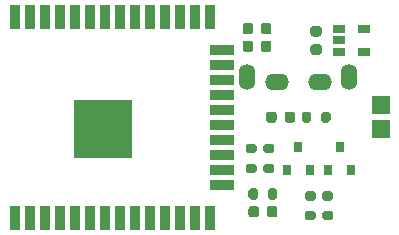
<source format=gts>
G04 #@! TF.GenerationSoftware,KiCad,Pcbnew,(5.1.10)-1*
G04 #@! TF.CreationDate,2021-12-13T15:30:27+09:00*
G04 #@! TF.ProjectId,cat_tracker,6361745f-7472-4616-936b-65722e6b6963,rev?*
G04 #@! TF.SameCoordinates,Original*
G04 #@! TF.FileFunction,Soldermask,Top*
G04 #@! TF.FilePolarity,Negative*
%FSLAX46Y46*%
G04 Gerber Fmt 4.6, Leading zero omitted, Abs format (unit mm)*
G04 Created by KiCad (PCBNEW (5.1.10)-1) date 2021-12-13 15:30:27*
%MOMM*%
%LPD*%
G01*
G04 APERTURE LIST*
%ADD10O,2.000000X1.400000*%
%ADD11O,1.400000X2.200000*%
%ADD12R,0.800000X0.900000*%
%ADD13R,0.900000X2.000000*%
%ADD14R,2.000000X0.900000*%
%ADD15R,5.000000X5.000000*%
%ADD16R,1.060000X0.650000*%
%ADD17R,1.500000X1.500000*%
G04 APERTURE END LIST*
G36*
G01*
X56725000Y-47425000D02*
X57275000Y-47425000D01*
G75*
G02*
X57475000Y-47625000I0J-200000D01*
G01*
X57475000Y-48025000D01*
G75*
G02*
X57275000Y-48225000I-200000J0D01*
G01*
X56725000Y-48225000D01*
G75*
G02*
X56525000Y-48025000I0J200000D01*
G01*
X56525000Y-47625000D01*
G75*
G02*
X56725000Y-47425000I200000J0D01*
G01*
G37*
G36*
G01*
X56725000Y-45775000D02*
X57275000Y-45775000D01*
G75*
G02*
X57475000Y-45975000I0J-200000D01*
G01*
X57475000Y-46375000D01*
G75*
G02*
X57275000Y-46575000I-200000J0D01*
G01*
X56725000Y-46575000D01*
G75*
G02*
X56525000Y-46375000I0J200000D01*
G01*
X56525000Y-45975000D01*
G75*
G02*
X56725000Y-45775000I200000J0D01*
G01*
G37*
G36*
G01*
X58775000Y-46575000D02*
X58225000Y-46575000D01*
G75*
G02*
X58025000Y-46375000I0J200000D01*
G01*
X58025000Y-45975000D01*
G75*
G02*
X58225000Y-45775000I200000J0D01*
G01*
X58775000Y-45775000D01*
G75*
G02*
X58975000Y-45975000I0J-200000D01*
G01*
X58975000Y-46375000D01*
G75*
G02*
X58775000Y-46575000I-200000J0D01*
G01*
G37*
G36*
G01*
X58775000Y-48225000D02*
X58225000Y-48225000D01*
G75*
G02*
X58025000Y-48025000I0J200000D01*
G01*
X58025000Y-47625000D01*
G75*
G02*
X58225000Y-47425000I200000J0D01*
G01*
X58775000Y-47425000D01*
G75*
G02*
X58975000Y-47625000I0J-200000D01*
G01*
X58975000Y-48025000D01*
G75*
G02*
X58775000Y-48225000I-200000J0D01*
G01*
G37*
D10*
X54200000Y-36500000D03*
X57800000Y-36500000D03*
D11*
X51675000Y-36100000D03*
X60325000Y-36100000D03*
G36*
G01*
X53775000Y-42575000D02*
X53225000Y-42575000D01*
G75*
G02*
X53025000Y-42375000I0J200000D01*
G01*
X53025000Y-41975000D01*
G75*
G02*
X53225000Y-41775000I200000J0D01*
G01*
X53775000Y-41775000D01*
G75*
G02*
X53975000Y-41975000I0J-200000D01*
G01*
X53975000Y-42375000D01*
G75*
G02*
X53775000Y-42575000I-200000J0D01*
G01*
G37*
G36*
G01*
X53775000Y-44225000D02*
X53225000Y-44225000D01*
G75*
G02*
X53025000Y-44025000I0J200000D01*
G01*
X53025000Y-43625000D01*
G75*
G02*
X53225000Y-43425000I200000J0D01*
G01*
X53775000Y-43425000D01*
G75*
G02*
X53975000Y-43625000I0J-200000D01*
G01*
X53975000Y-44025000D01*
G75*
G02*
X53775000Y-44225000I-200000J0D01*
G01*
G37*
G36*
G01*
X52275000Y-42575000D02*
X51725000Y-42575000D01*
G75*
G02*
X51525000Y-42375000I0J200000D01*
G01*
X51525000Y-41975000D01*
G75*
G02*
X51725000Y-41775000I200000J0D01*
G01*
X52275000Y-41775000D01*
G75*
G02*
X52475000Y-41975000I0J-200000D01*
G01*
X52475000Y-42375000D01*
G75*
G02*
X52275000Y-42575000I-200000J0D01*
G01*
G37*
G36*
G01*
X52275000Y-44225000D02*
X51725000Y-44225000D01*
G75*
G02*
X51525000Y-44025000I0J200000D01*
G01*
X51525000Y-43625000D01*
G75*
G02*
X51725000Y-43425000I200000J0D01*
G01*
X52275000Y-43425000D01*
G75*
G02*
X52475000Y-43625000I0J-200000D01*
G01*
X52475000Y-44025000D01*
G75*
G02*
X52275000Y-44225000I-200000J0D01*
G01*
G37*
G36*
G01*
X53425000Y-46275000D02*
X53425000Y-45725000D01*
G75*
G02*
X53625000Y-45525000I200000J0D01*
G01*
X54025000Y-45525000D01*
G75*
G02*
X54225000Y-45725000I0J-200000D01*
G01*
X54225000Y-46275000D01*
G75*
G02*
X54025000Y-46475000I-200000J0D01*
G01*
X53625000Y-46475000D01*
G75*
G02*
X53425000Y-46275000I0J200000D01*
G01*
G37*
G36*
G01*
X51775000Y-46275000D02*
X51775000Y-45725000D01*
G75*
G02*
X51975000Y-45525000I200000J0D01*
G01*
X52375000Y-45525000D01*
G75*
G02*
X52575000Y-45725000I0J-200000D01*
G01*
X52575000Y-46275000D01*
G75*
G02*
X52375000Y-46475000I-200000J0D01*
G01*
X51975000Y-46475000D01*
G75*
G02*
X51775000Y-46275000I0J200000D01*
G01*
G37*
G36*
G01*
X57925000Y-39775000D02*
X57925000Y-39225000D01*
G75*
G02*
X58125000Y-39025000I200000J0D01*
G01*
X58525000Y-39025000D01*
G75*
G02*
X58725000Y-39225000I0J-200000D01*
G01*
X58725000Y-39775000D01*
G75*
G02*
X58525000Y-39975000I-200000J0D01*
G01*
X58125000Y-39975000D01*
G75*
G02*
X57925000Y-39775000I0J200000D01*
G01*
G37*
G36*
G01*
X56275000Y-39775000D02*
X56275000Y-39225000D01*
G75*
G02*
X56475000Y-39025000I200000J0D01*
G01*
X56875000Y-39025000D01*
G75*
G02*
X57075000Y-39225000I0J-200000D01*
G01*
X57075000Y-39775000D01*
G75*
G02*
X56875000Y-39975000I-200000J0D01*
G01*
X56475000Y-39975000D01*
G75*
G02*
X56275000Y-39775000I0J200000D01*
G01*
G37*
D12*
X56000000Y-42000000D03*
X56950000Y-44000000D03*
X55050000Y-44000000D03*
X59500000Y-42000000D03*
X60450000Y-44000000D03*
X58550000Y-44000000D03*
G36*
G01*
X54150000Y-39243750D02*
X54150000Y-39756250D01*
G75*
G02*
X53931250Y-39975000I-218750J0D01*
G01*
X53493750Y-39975000D01*
G75*
G02*
X53275000Y-39756250I0J218750D01*
G01*
X53275000Y-39243750D01*
G75*
G02*
X53493750Y-39025000I218750J0D01*
G01*
X53931250Y-39025000D01*
G75*
G02*
X54150000Y-39243750I0J-218750D01*
G01*
G37*
G36*
G01*
X55725000Y-39243750D02*
X55725000Y-39756250D01*
G75*
G02*
X55506250Y-39975000I-218750J0D01*
G01*
X55068750Y-39975000D01*
G75*
G02*
X54850000Y-39756250I0J218750D01*
G01*
X54850000Y-39243750D01*
G75*
G02*
X55068750Y-39025000I218750J0D01*
G01*
X55506250Y-39025000D01*
G75*
G02*
X55725000Y-39243750I0J-218750D01*
G01*
G37*
G36*
G01*
X52675000Y-47250000D02*
X52675000Y-47750000D01*
G75*
G02*
X52450000Y-47975000I-225000J0D01*
G01*
X52000000Y-47975000D01*
G75*
G02*
X51775000Y-47750000I0J225000D01*
G01*
X51775000Y-47250000D01*
G75*
G02*
X52000000Y-47025000I225000J0D01*
G01*
X52450000Y-47025000D01*
G75*
G02*
X52675000Y-47250000I0J-225000D01*
G01*
G37*
G36*
G01*
X54225000Y-47250000D02*
X54225000Y-47750000D01*
G75*
G02*
X54000000Y-47975000I-225000J0D01*
G01*
X53550000Y-47975000D01*
G75*
G02*
X53325000Y-47750000I0J225000D01*
G01*
X53325000Y-47250000D01*
G75*
G02*
X53550000Y-47025000I225000J0D01*
G01*
X54000000Y-47025000D01*
G75*
G02*
X54225000Y-47250000I0J-225000D01*
G01*
G37*
G36*
G01*
X57250000Y-33325000D02*
X57750000Y-33325000D01*
G75*
G02*
X57975000Y-33550000I0J-225000D01*
G01*
X57975000Y-34000000D01*
G75*
G02*
X57750000Y-34225000I-225000J0D01*
G01*
X57250000Y-34225000D01*
G75*
G02*
X57025000Y-34000000I0J225000D01*
G01*
X57025000Y-33550000D01*
G75*
G02*
X57250000Y-33325000I225000J0D01*
G01*
G37*
G36*
G01*
X57250000Y-31775000D02*
X57750000Y-31775000D01*
G75*
G02*
X57975000Y-32000000I0J-225000D01*
G01*
X57975000Y-32450000D01*
G75*
G02*
X57750000Y-32675000I-225000J0D01*
G01*
X57250000Y-32675000D01*
G75*
G02*
X57025000Y-32450000I0J225000D01*
G01*
X57025000Y-32000000D01*
G75*
G02*
X57250000Y-31775000I225000J0D01*
G01*
G37*
G36*
G01*
X52175000Y-31750000D02*
X52175000Y-32250000D01*
G75*
G02*
X51950000Y-32475000I-225000J0D01*
G01*
X51500000Y-32475000D01*
G75*
G02*
X51275000Y-32250000I0J225000D01*
G01*
X51275000Y-31750000D01*
G75*
G02*
X51500000Y-31525000I225000J0D01*
G01*
X51950000Y-31525000D01*
G75*
G02*
X52175000Y-31750000I0J-225000D01*
G01*
G37*
G36*
G01*
X53725000Y-31750000D02*
X53725000Y-32250000D01*
G75*
G02*
X53500000Y-32475000I-225000J0D01*
G01*
X53050000Y-32475000D01*
G75*
G02*
X52825000Y-32250000I0J225000D01*
G01*
X52825000Y-31750000D01*
G75*
G02*
X53050000Y-31525000I225000J0D01*
G01*
X53500000Y-31525000D01*
G75*
G02*
X53725000Y-31750000I0J-225000D01*
G01*
G37*
G36*
G01*
X52175000Y-33250000D02*
X52175000Y-33750000D01*
G75*
G02*
X51950000Y-33975000I-225000J0D01*
G01*
X51500000Y-33975000D01*
G75*
G02*
X51275000Y-33750000I0J225000D01*
G01*
X51275000Y-33250000D01*
G75*
G02*
X51500000Y-33025000I225000J0D01*
G01*
X51950000Y-33025000D01*
G75*
G02*
X52175000Y-33250000I0J-225000D01*
G01*
G37*
G36*
G01*
X53725000Y-33250000D02*
X53725000Y-33750000D01*
G75*
G02*
X53500000Y-33975000I-225000J0D01*
G01*
X53050000Y-33975000D01*
G75*
G02*
X52825000Y-33750000I0J225000D01*
G01*
X52825000Y-33250000D01*
G75*
G02*
X53050000Y-33025000I225000J0D01*
G01*
X53500000Y-33025000D01*
G75*
G02*
X53725000Y-33250000I0J-225000D01*
G01*
G37*
D13*
X31995000Y-31000000D03*
X33265000Y-31000000D03*
X34535000Y-31000000D03*
X35805000Y-31000000D03*
X37075000Y-31000000D03*
X38345000Y-31000000D03*
X39615000Y-31000000D03*
X40885000Y-31000000D03*
X42155000Y-31000000D03*
X43425000Y-31000000D03*
X44695000Y-31000000D03*
X45965000Y-31000000D03*
X47235000Y-31000000D03*
X48505000Y-31000000D03*
D14*
X49505000Y-33785000D03*
X49505000Y-35055000D03*
X49505000Y-36325000D03*
X49505000Y-37595000D03*
X49505000Y-38865000D03*
X49505000Y-40135000D03*
X49505000Y-41405000D03*
X49505000Y-42675000D03*
X49505000Y-43945000D03*
X49505000Y-45215000D03*
D13*
X48505000Y-48000000D03*
X47235000Y-48000000D03*
X45965000Y-48000000D03*
X44695000Y-48000000D03*
X43425000Y-48000000D03*
X42155000Y-48000000D03*
X40885000Y-48000000D03*
X39615000Y-48000000D03*
X38345000Y-48000000D03*
X37075000Y-48000000D03*
X35805000Y-48000000D03*
X34535000Y-48000000D03*
X33265000Y-48000000D03*
X31995000Y-48000000D03*
D15*
X39495000Y-40500000D03*
D16*
X61600000Y-32050000D03*
X61600000Y-33950000D03*
X59400000Y-33950000D03*
X59400000Y-33000000D03*
X59400000Y-32050000D03*
D17*
X63000000Y-38500000D03*
X63000000Y-40500000D03*
M02*

</source>
